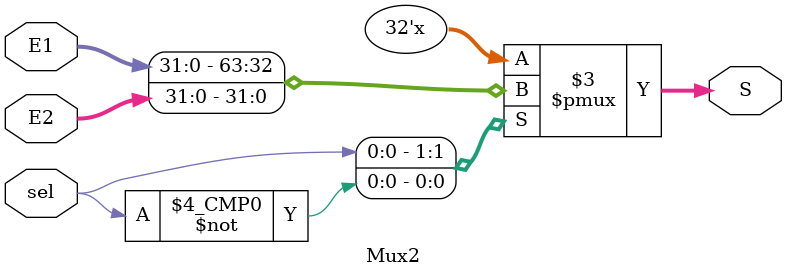
<source format=v>
`timescale 1ps/1ps
module Mux2(
    input [31:0]E1,
    input [31:0]E2,
    input sel,
    output reg [31:0]S
);
initial begin
    S <= 32'd0;
end
always @* 
begin
    case (sel)
        1:
        begin
            S<=E1;    
        end 
        0:
        begin
            S<=E2;
        end
    endcase    
end
endmodule
</source>
